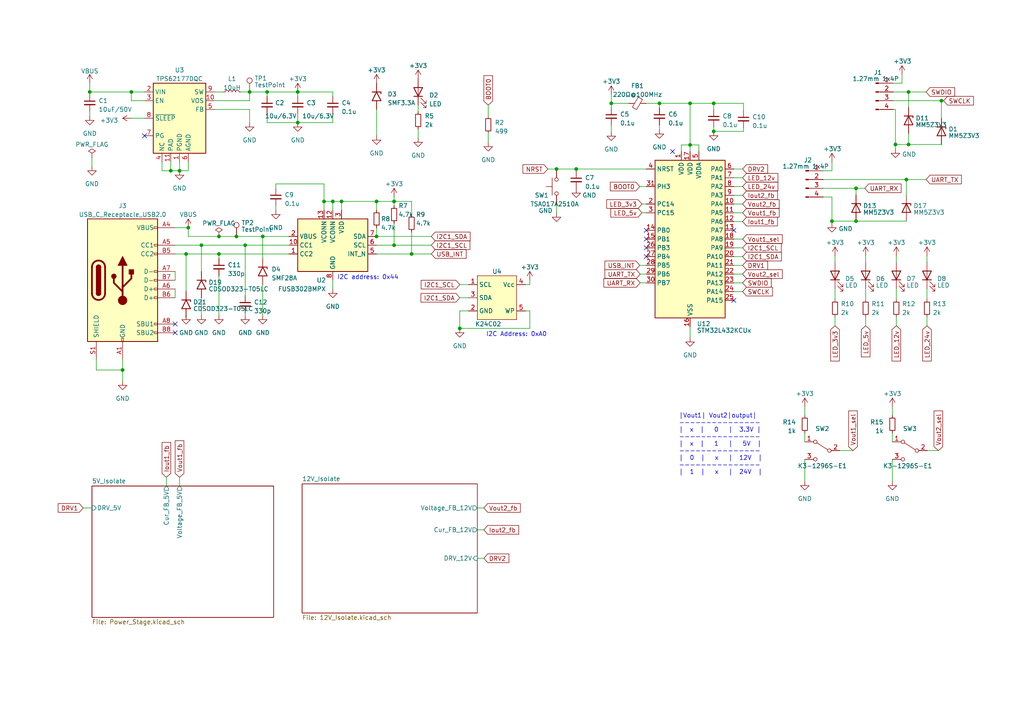
<source format=kicad_sch>
(kicad_sch (version 20230121) (generator eeschema)
  (paper "A4")
  (lib_symbols
    (symbol "Connector:Conn_01x04_Pin" (pin_names (offset 1.016) hide)
      (property "Reference" "J" (at 0 5.08 0))
      (property "Value" "Conn_01x04_Pin" (at 0 -7.62 0))
      (symbol "Conn_01x04_Pin_1_1"
        (pin passive line (at 5.08 2.54 180) (length 3.81) (name "Pin_1") (number "1"))
        (pin passive line (at 5.08 0 180) (length 3.81) (name "Pin_2") (number "2"))
        (pin passive line (at 5.08 -2.54 180) (length 3.81) (name "Pin_3") (number "3"))
        (pin passive line (at 5.08 -5.08 180) (length 3.81) (name "Pin_4") (number "4"))
      )
    )
    (symbol "Connector:TestPoint" (pin_numbers hide) (pin_names (offset 0.762) hide)
      (property "Reference" "TP" (at 0 6.858 0))
      (property "Value" "TestPoint" (at 0 5.08 0))
      (symbol "TestPoint_1_1"
        (pin passive line (at 0 0 90) (length 2.54) (name "1") (number "1"))
      )
    )
    (symbol "Connector:USB_C_Receptacle_USB2.0" (pin_names (offset 1.016))
      (property "Reference" "J" (at -10.16 19.05 0))
      (property "Value" "USB_C_Receptacle_USB2.0" (at 19.05 19.05 0))
      (symbol "USB_C_Receptacle_USB2.0_1_1"
        (pin passive line (at 0 -22.86 90) (length 5.08) (name "GND") (number "A1"))
        (pin passive line (at 0 -22.86 90) (length 5.08) hide (name "GND") (number "A12"))
        (pin passive line (at 15.24 15.24 180) (length 5.08) (name "VBUS") (number "A4"))
        (pin bidirectional line (at 15.24 10.16 180) (length 5.08) (name "CC1") (number "A5"))
        (pin bidirectional line (at 15.24 -2.54 180) (length 5.08) (name "D+") (number "A6"))
        (pin bidirectional line (at 15.24 2.54 180) (length 5.08) (name "D-") (number "A7"))
        (pin bidirectional line (at 15.24 -12.7 180) (length 5.08) (name "SBU1") (number "A8"))
        (pin passive line (at 15.24 15.24 180) (length 5.08) hide (name "VBUS") (number "A9"))
        (pin passive line (at 0 -22.86 90) (length 5.08) hide (name "GND") (number "B1"))
        (pin passive line (at 0 -22.86 90) (length 5.08) hide (name "GND") (number "B12"))
        (pin passive line (at 15.24 15.24 180) (length 5.08) hide (name "VBUS") (number "B4"))
        (pin bidirectional line (at 15.24 7.62 180) (length 5.08) (name "CC2") (number "B5"))
        (pin bidirectional line (at 15.24 -5.08 180) (length 5.08) (name "D+") (number "B6"))
        (pin bidirectional line (at 15.24 0 180) (length 5.08) (name "D-") (number "B7"))
        (pin bidirectional line (at 15.24 -15.24 180) (length 5.08) (name "SBU2") (number "B8"))
        (pin passive line (at 15.24 15.24 180) (length 5.08) hide (name "VBUS") (number "B9"))
        (pin passive line (at -7.62 -22.86 90) (length 5.08) (name "SHIELD") (number "S1"))
      )
    )
    (symbol "Device:C_Small" (pin_numbers hide) (pin_names (offset 0.254) hide)
      (property "Reference" "C" (at 0.254 1.778 0))
      (property "Value" "C_Small" (at 0.254 -2.032 0))
      (symbol "C_Small_1_1"
        (pin passive line (at 0 2.54 270) (length 2.032) (name "~") (number "1"))
        (pin passive line (at 0 -2.54 90) (length 2.032) (name "~") (number "2"))
      )
    )
    (symbol "Device:FerriteBead_Small" (pin_numbers hide) (pin_names (offset 0))
      (property "Reference" "FB" (at 1.905 1.27 0))
      (property "Value" "FerriteBead_Small" (at 1.905 -1.27 0))
      (symbol "FerriteBead_Small_1_1"
        (pin passive line (at 0 2.54 270) (length 1.27) (name "~") (number "1"))
        (pin passive line (at 0 -2.54 90) (length 1.27) (name "~") (number "2"))
      )
    )
    (symbol "Device:LED" (pin_numbers hide) (pin_names (offset 1.016) hide)
      (property "Reference" "D" (at 0 2.54 0))
      (property "Value" "LED" (at 0 -2.54 0))
      (symbol "LED_1_1"
        (pin passive line (at -3.81 0 0) (length 2.54) (name "K") (number "1"))
        (pin passive line (at 3.81 0 180) (length 2.54) (name "A") (number "2"))
      )
    )
    (symbol "Device:L_Small" (pin_numbers hide) (pin_names (offset 0.254) hide)
      (property "Reference" "L" (at 0.762 1.016 0))
      (property "Value" "L_Small" (at 0.762 -1.016 0))
      (symbol "L_Small_1_1"
        (pin passive line (at 0 2.54 270) (length 0.508) (name "~") (number "1"))
        (pin passive line (at 0 -2.54 90) (length 0.508) (name "~") (number "2"))
      )
    )
    (symbol "Device:R_Small" (pin_numbers hide) (pin_names (offset 0.254) hide)
      (property "Reference" "R" (at 0.762 0.508 0))
      (property "Value" "R_Small" (at 0.762 -1.016 0))
      (symbol "R_Small_1_1"
        (pin passive line (at 0 2.54 270) (length 0.762) (name "~") (number "1"))
        (pin passive line (at 0 -2.54 90) (length 0.762) (name "~") (number "2"))
      )
    )
    (symbol "Diode:BZV55B3V3" (pin_numbers hide) (pin_names hide)
      (property "Reference" "D" (at 0 2.54 0))
      (property "Value" "BZV55B3V3" (at 0 -2.54 0))
      (symbol "BZV55B3V3_1_1"
        (pin passive line (at -3.81 0 0) (length 2.54) (name "K") (number "1"))
        (pin passive line (at 3.81 0 180) (length 2.54) (name "A") (number "2"))
      )
    )
    (symbol "Diode:SMF28A" (pin_numbers hide) (pin_names (offset 1.016) hide)
      (property "Reference" "D" (at 0 2.54 0))
      (property "Value" "SMF28A" (at 0 -2.54 0))
      (symbol "SMF28A_1_1"
        (pin passive line (at -3.81 0 0) (length 2.54) (name "A1") (number "1"))
        (pin passive line (at 3.81 0 180) (length 2.54) (name "A2") (number "2"))
      )
    )
    (symbol "Diode:SMF5V0A" (pin_numbers hide) (pin_names (offset 1.016) hide)
      (property "Reference" "D" (at 0 2.54 0))
      (property "Value" "SMF5V0A" (at 0 -2.54 0))
      (symbol "SMF5V0A_1_1"
        (pin passive line (at -3.81 0 0) (length 2.54) (name "A1") (number "1"))
        (pin passive line (at 3.81 0 180) (length 2.54) (name "A2") (number "2"))
      )
    )
    (symbol "Interface_USB:FUSB302BMPX"
      (property "Reference" "U" (at -10.16 8.89 0))
      (property "Value" "FUSB302BMPX" (at 3.81 8.89 0))
      (symbol "FUSB302BMPX_1_1"
        (pin bidirectional line (at 12.7 -2.54 180) (length 2.54) (name "CC2") (number "1"))
        (pin bidirectional line (at 12.7 0 180) (length 2.54) (name "CC1") (number "10"))
        (pin bidirectional line (at 12.7 0 180) (length 2.54) hide (name "CC1") (number "11"))
        (pin power_in line (at 0 10.16 270) (length 2.54) (name "VCONN") (number "12"))
        (pin power_in line (at 2.54 10.16 270) (length 2.54) (name "VCONN") (number "13"))
        (pin bidirectional line (at 12.7 -2.54 180) (length 2.54) hide (name "CC2") (number "14"))
        (pin passive line (at 0 -10.16 90) (length 2.54) hide (name "GND") (number "15"))
        (pin input line (at 12.7 2.54 180) (length 2.54) (name "VBUS") (number "2"))
        (pin power_in line (at -2.54 10.16 270) (length 2.54) (name "VDD") (number "3"))
        (pin passive line (at -2.54 10.16 270) (length 2.54) hide (name "VDD") (number "4"))
        (pin open_collector line (at -12.7 -2.54 0) (length 2.54) (name "INT_N") (number "5"))
        (pin input line (at -12.7 0 0) (length 2.54) (name "SCL") (number "6"))
        (pin bidirectional line (at -12.7 2.54 0) (length 2.54) (name "SDA") (number "7"))
        (pin power_in line (at 0 -10.16 90) (length 2.54) (name "GND") (number "8"))
        (pin passive line (at 0 -10.16 90) (length 2.54) hide (name "GND") (number "9"))
      )
    )
    (symbol "Johnson_Symbol_Lib:K24C02"
      (property "Reference" "U" (at -3.81 -10.16 0))
      (symbol "K24C02_1_1"
        (pin passive line (at -7.62 1.27 0) (length 2.54) (name "SCL") (number "1"))
        (pin passive line (at -7.62 -6.35 0) (length 2.54) (name "GND") (number "2"))
        (pin passive line (at -7.62 -2.54 0) (length 2.54) (name "SDA") (number "3"))
        (pin passive line (at 8.89 1.27 180) (length 2.54) (name "Vcc") (number "4"))
        (pin passive line (at 8.89 -6.35 180) (length 2.54) (name "WP") (number "5"))
      )
    )
    (symbol "MCU_ST_STM32L4:STM32L432KCUx"
      (property "Reference" "U" (at -10.16 24.13 0))
      (property "Value" "STM32L432KCUx" (at 5.08 24.13 0))
      (symbol "STM32L432KCUx_1_1"
        (pin power_in line (at -2.54 25.4 270) (length 2.54) (name "VDD") (number "1"))
        (pin bidirectional line (at 12.7 10.16 180) (length 2.54) (name "PA4") (number "10"))
        (pin bidirectional line (at 12.7 7.62 180) (length 2.54) (name "PA5") (number "11"))
        (pin bidirectional line (at 12.7 5.08 180) (length 2.54) (name "PA6") (number "12"))
        (pin bidirectional line (at 12.7 2.54 180) (length 2.54) (name "PA7") (number "13"))
        (pin bidirectional line (at -12.7 2.54 0) (length 2.54) (name "PB0") (number "14"))
        (pin bidirectional line (at -12.7 0 0) (length 2.54) (name "PB1") (number "15"))
        (pin power_in line (at 0 -25.4 90) (length 2.54) (name "VSS") (number "16"))
        (pin power_in line (at 0 25.4 270) (length 2.54) (name "VDD") (number "17"))
        (pin bidirectional line (at 12.7 0 180) (length 2.54) (name "PA8") (number "18"))
        (pin bidirectional line (at 12.7 -2.54 180) (length 2.54) (name "PA9") (number "19"))
        (pin bidirectional line (at -12.7 10.16 0) (length 2.54) (name "PC14") (number "2"))
        (pin bidirectional line (at 12.7 -5.08 180) (length 2.54) (name "PA10") (number "20"))
        (pin bidirectional line (at 12.7 -7.62 180) (length 2.54) (name "PA11") (number "21"))
        (pin bidirectional line (at 12.7 -10.16 180) (length 2.54) (name "PA12") (number "22"))
        (pin bidirectional line (at 12.7 -12.7 180) (length 2.54) (name "PA13") (number "23"))
        (pin bidirectional line (at 12.7 -15.24 180) (length 2.54) (name "PA14") (number "24"))
        (pin bidirectional line (at 12.7 -17.78 180) (length 2.54) (name "PA15") (number "25"))
        (pin bidirectional line (at -12.7 -2.54 0) (length 2.54) (name "PB3") (number "26"))
        (pin bidirectional line (at -12.7 -5.08 0) (length 2.54) (name "PB4") (number "27"))
        (pin bidirectional line (at -12.7 -7.62 0) (length 2.54) (name "PB5") (number "28"))
        (pin bidirectional line (at -12.7 -10.16 0) (length 2.54) (name "PB6") (number "29"))
        (pin bidirectional line (at -12.7 7.62 0) (length 2.54) (name "PC15") (number "3"))
        (pin bidirectional line (at -12.7 -12.7 0) (length 2.54) (name "PB7") (number "30"))
        (pin bidirectional line (at -12.7 15.24 0) (length 2.54) (name "PH3") (number "31"))
        (pin passive line (at 0 -25.4 90) (length 2.54) hide (name "VSS") (number "32"))
        (pin passive line (at 0 -25.4 90) (length 2.54) hide (name "VSS") (number "33"))
        (pin input line (at -12.7 20.32 0) (length 2.54) (name "NRST") (number "4"))
        (pin power_in line (at 2.54 25.4 270) (length 2.54) (name "VDDA") (number "5"))
        (pin bidirectional line (at 12.7 20.32 180) (length 2.54) (name "PA0") (number "6"))
        (pin bidirectional line (at 12.7 17.78 180) (length 2.54) (name "PA1") (number "7"))
        (pin bidirectional line (at 12.7 15.24 180) (length 2.54) (name "PA2") (number "8"))
        (pin bidirectional line (at 12.7 12.7 180) (length 2.54) (name "PA3") (number "9"))
      )
    )
    (symbol "Regulator_Switching:TPS62177DQC"
      (property "Reference" "U" (at -7.62 11.43 0))
      (property "Value" "TPS62177DQC" (at -1.27 11.43 0))
      (symbol "TPS62177DQC_1_1"
        (pin power_in line (at 0 -12.7 90) (length 2.54) (name "PGND") (number "1"))
        (pin input line (at 10.16 5.08 180) (length 2.54) (name "VOS") (number "10"))
        (pin power_in line (at -2.54 -12.7 90) (length 2.54) (name "PAD") (number "11"))
        (pin power_in line (at -10.16 7.62 0) (length 2.54) (name "VIN") (number "2"))
        (pin input line (at -10.16 5.08 0) (length 2.54) (name "EN") (number "3"))
        (pin passive line (at -5.08 -12.7 90) (length 2.54) (name "NC") (number "4"))
        (pin input line (at 10.16 2.54 180) (length 2.54) (name "FB") (number "5"))
        (pin power_in line (at 2.54 -12.7 90) (length 2.54) (name "AGND") (number "6"))
        (pin output line (at -10.16 -5.08 0) (length 2.54) (name "PG") (number "7"))
        (pin input line (at -10.16 0 0) (length 2.54) (name "~{SLEEP}") (number "8"))
        (pin power_out line (at 10.16 7.62 180) (length 2.54) (name "SW") (number "9"))
      )
    )
    (symbol "Switch:SW_Push" (pin_numbers hide) (pin_names (offset 1.016) hide)
      (property "Reference" "SW" (at 1.27 2.54 0))
      (property "Value" "SW_Push" (at 0 -1.524 0))
      (symbol "SW_Push_0_1"
        (pin passive line (at -5.08 0 0) (length 2.54) (name "1") (number "1"))
        (pin passive line (at 5.08 0 180) (length 2.54) (name "2") (number "2"))
      )
    )
    (symbol "Switch:SW_SPDT" (pin_names (offset 0) hide)
      (property "Reference" "SW" (at 0 4.318 0))
      (property "Value" "SW_SPDT" (at 0 -5.08 0))
      (symbol "SW_SPDT_1_1"
        (pin passive line (at 5.08 2.54 180) (length 2.54) (name "A") (number "1"))
        (pin passive line (at -5.08 0 0) (length 2.54) (name "B") (number "2"))
        (pin passive line (at 5.08 -2.54 180) (length 2.54) (name "C") (number "3"))
      )
    )
    (symbol "power:+3V3" (power) (pin_names (offset 0))
      (property "Value" "+3V3" (at 0 3.556 0))
      (symbol "+3V3_1_1"
        (pin power_in line (at 0 0 90) (length 0) hide (name "+3V3") (number "1"))
      )
    )
    (symbol "power:GND" (power) (pin_names (offset 0))
      (property "Value" "GND" (at 0 -3.81 0))
      (symbol "GND_1_1"
        (pin power_in line (at 0 0 270) (length 0) hide (name "GND") (number "1"))
      )
    )
    (symbol "power:PWR_FLAG" (power) (pin_numbers hide) (pin_names (offset 0) hide)
      (property "Value" "PWR_FLAG" (at 0 3.81 0))
      (symbol "PWR_FLAG_0_0"
        (pin power_out line (at 0 0 90) (length 0) (name "pwr") (number "1"))
      )
    )
    (symbol "power:VBUS" (power) (pin_names (offset 0))
      (property "Value" "VBUS" (at 0 3.81 0))
      (symbol "VBUS_1_1"
        (pin power_in line (at 0 0 90) (length 0) hide (name "VBUS") (number "1"))
      )
    )
  )
  (junction (at 54.61 66.04))
  (junction (at 259.715 41.91))
  (junction (at 248.285 54.61))
  (junction (at 263.525 41.91))
  (junction (at 177.292 29.972))
  (junction (at 63.5 68.58))
  (junction (at 77.47 26.67))
  (junction (at 76.2 68.58))
  (junction (at 262.89 52.07))
  (junction (at 52.07 49.53))
  (junction (at 63.5 73.66))
  (junction (at 99.06 58.42))
  (junction (at 68.58 68.58))
  (junction (at 207.01 29.972))
  (junction (at 109.22 58.42))
  (junction (at 96.52 58.42))
  (junction (at 273.05 29.21))
  (junction (at 72.39 26.67))
  (junction (at 86.36 35.56))
  (junction (at 167.132 49.022))
  (junction (at 58.42 71.12))
  (junction (at 191.262 29.972))
  (junction (at 49.53 49.53))
  (junction (at 119.38 73.66))
  (junction (at 200.152 29.972))
  (junction (at 207.01 38.1))
  (junction (at 53.975 73.66))
  (junction (at 35.56 107.315))
  (junction (at 114.3 58.42))
  (junction (at 161.417 49.022))
  (junction (at 114.3 71.12))
  (junction (at 241.3 64.135))
  (junction (at 200.152 42.037))
  (junction (at 26.035 26.67))
  (junction (at 71.12 71.12))
  (junction (at 93.98 58.42))
  (junction (at 109.22 68.58))
  (junction (at 133.35 95.25))
  (junction (at 263.525 26.67))
  (junction (at 248.285 64.135))
  (junction (at 38.1 26.67))
  (junction (at 86.36 26.67))
  (no_connect (at 187.452 66.802))
  (no_connect (at 50.8 93.98))
  (no_connect (at 187.452 74.422))
  (no_connect (at 50.8 96.52))
  (no_connect (at 187.452 71.882))
  (no_connect (at 41.91 39.37))
  (no_connect (at 212.852 66.802))
  (no_connect (at 187.452 69.342))
  (no_connect (at 212.852 87.122))
  (no_connect (at 195.072 43.942))
  (wire (pts (xy 62.23 26.67) (xy 64.77 26.67)))
  (wire (pts (xy 258.826 139.573) (xy 258.826 133.223)))
  (wire (pts (xy 212.852 49.022) (xy 215.392 49.022)))
  (wire (pts (xy 26.67 45.72) (xy 26.67 48.26)))
  (wire (pts (xy 38.1 26.67) (xy 41.91 26.67)))
  (wire (pts (xy 86.36 33.02) (xy 86.36 35.56)))
  (wire (pts (xy 152.4 90.17) (xy 153.67 90.17)))
  (wire (pts (xy 80.01 59.69) (xy 80.01 60.96)))
  (wire (pts (xy 238.76 52.07) (xy 262.89 52.07)))
  (wire (pts (xy 259.08 31.75) (xy 259.715 31.75)))
  (wire (pts (xy 207.01 29.972) (xy 200.152 29.972)))
  (wire (pts (xy 233.426 117.983) (xy 233.426 120.523)))
  (wire (pts (xy 69.85 26.67) (xy 72.39 26.67)))
  (wire (pts (xy 167.132 49.022) (xy 167.132 49.657)))
  (wire (pts (xy 96.52 81.28) (xy 96.52 83.82)))
  (wire (pts (xy 167.132 49.022) (xy 187.452 49.022)))
  (wire (pts (xy 212.852 59.182) (xy 215.392 59.182)))
  (wire (pts (xy 114.3 57.15) (xy 114.3 58.42)))
  (wire (pts (xy 50.8 78.74) (xy 50.8 81.28)))
  (wire (pts (xy 121.285 30.48) (xy 121.285 32.385)))
  (wire (pts (xy 109.22 58.42) (xy 109.22 60.96)))
  (wire (pts (xy 35.56 107.315) (xy 35.56 110.49)))
  (wire (pts (xy 241.3 57.15) (xy 241.3 64.135)))
  (wire (pts (xy 186.182 59.182) (xy 187.452 59.182)))
  (wire (pts (xy 153.67 90.17) (xy 153.67 95.25)))
  (wire (pts (xy 262.89 52.07) (xy 262.89 56.515)))
  (wire (pts (xy 58.42 91.44) (xy 58.42 86.36)))
  (wire (pts (xy 152.4 82.55) (xy 153.67 82.55)))
  (wire (pts (xy 259.715 41.91) (xy 259.715 43.18)))
  (wire (pts (xy 212.852 74.422) (xy 215.392 74.422)))
  (wire (pts (xy 52.07 49.53) (xy 54.61 49.53)))
  (wire (pts (xy 50.8 71.12) (xy 58.42 71.12)))
  (wire (pts (xy 268.859 91.948) (xy 268.859 94.488)))
  (wire (pts (xy 259.969 91.948) (xy 259.969 94.488)))
  (wire (pts (xy 68.58 68.58) (xy 76.2 68.58)))
  (wire (pts (xy 86.36 26.67) (xy 96.52 26.67)))
  (wire (pts (xy 185.547 76.962) (xy 187.452 76.962)))
  (wire (pts (xy 158.877 49.022) (xy 161.417 49.022)))
  (wire (pts (xy 215.646 32.004) (xy 215.646 29.972)))
  (wire (pts (xy 138.43 153.67) (xy 140.335 153.67)))
  (wire (pts (xy 177.292 29.972) (xy 177.292 31.242)))
  (wire (pts (xy 93.98 53.34) (xy 93.98 58.42)))
  (wire (pts (xy 258.826 117.983) (xy 258.826 120.523)))
  (wire (pts (xy 26.035 24.13) (xy 26.035 26.67)))
  (wire (pts (xy 86.36 35.56) (xy 96.52 35.56)))
  (wire (pts (xy 119.38 67.31) (xy 119.38 73.66)))
  (wire (pts (xy 133.35 90.17) (xy 133.35 95.25)))
  (wire (pts (xy 49.53 46.99) (xy 49.53 49.53)))
  (wire (pts (xy 96.52 26.67) (xy 96.52 27.94)))
  (wire (pts (xy 259.969 74.168) (xy 259.969 76.073)))
  (wire (pts (xy 80.01 53.34) (xy 93.98 53.34)))
  (wire (pts (xy 99.06 58.42) (xy 99.06 60.96)))
  (wire (pts (xy 38.1 29.21) (xy 41.91 29.21)))
  (wire (pts (xy 27.94 107.315) (xy 35.56 107.315)))
  (wire (pts (xy 242.189 83.693) (xy 242.189 86.868)))
  (wire (pts (xy 212.852 84.582) (xy 215.392 84.582)))
  (wire (pts (xy 54.61 49.53) (xy 54.61 46.99)))
  (wire (pts (xy 212.852 64.262) (xy 215.392 64.262)))
  (wire (pts (xy 185.674 82.042) (xy 187.452 82.042)))
  (wire (pts (xy 238.76 57.15) (xy 241.3 57.15)))
  (wire (pts (xy 138.43 147.32) (xy 140.335 147.32)))
  (wire (pts (xy 268.859 83.693) (xy 268.859 86.868)))
  (wire (pts (xy 200.152 94.742) (xy 200.152 97.917)))
  (wire (pts (xy 241.3 64.135) (xy 248.285 64.135)))
  (wire (pts (xy 259.969 83.693) (xy 259.969 86.868)))
  (wire (pts (xy 53.975 92.075) (xy 53.975 91.44)))
  (wire (pts (xy 248.285 64.135) (xy 262.89 64.135)))
  (wire (pts (xy 50.8 66.04) (xy 54.61 66.04)))
  (wire (pts (xy 63.5 68.58) (xy 68.58 68.58)))
  (wire (pts (xy 58.42 71.12) (xy 71.12 71.12)))
  (wire (pts (xy 135.89 90.17) (xy 133.35 90.17)))
  (wire (pts (xy 177.292 36.322) (xy 177.292 38.227)))
  (wire (pts (xy 50.8 83.82) (xy 50.8 86.36)))
  (wire (pts (xy 26.035 32.385) (xy 26.035 33.655)))
  (wire (pts (xy 258.826 125.603) (xy 258.826 128.143)))
  (wire (pts (xy 259.08 26.67) (xy 263.525 26.67)))
  (wire (pts (xy 141.605 30.48) (xy 141.605 33.655)))
  (wire (pts (xy 53.975 73.66) (xy 63.5 73.66)))
  (wire (pts (xy 212.852 56.642) (xy 215.392 56.642)))
  (wire (pts (xy 212.852 54.102) (xy 215.392 54.102)))
  (wire (pts (xy 251.079 91.948) (xy 251.079 94.488)))
  (wire (pts (xy 46.99 49.53) (xy 49.53 49.53)))
  (wire (pts (xy 109.22 58.42) (xy 114.3 58.42)))
  (wire (pts (xy 212.852 51.562) (xy 215.392 51.562)))
  (wire (pts (xy 80.01 54.61) (xy 80.01 53.34)))
  (wire (pts (xy 138.43 161.925) (xy 140.335 161.925)))
  (wire (pts (xy 114.3 58.42) (xy 119.38 58.42)))
  (wire (pts (xy 141.605 38.735) (xy 141.605 41.275)))
  (wire (pts (xy 96.52 33.02) (xy 96.52 35.56)))
  (wire (pts (xy 93.98 60.96) (xy 93.98 58.42)))
  (wire (pts (xy 24.13 147.32) (xy 26.67 147.32)))
  (wire (pts (xy 77.47 26.67) (xy 86.36 26.67)))
  (wire (pts (xy 46.99 46.99) (xy 46.99 49.53)))
  (wire (pts (xy 177.292 27.432) (xy 177.292 29.972)))
  (wire (pts (xy 52.07 138.43) (xy 52.07 140.97)))
  (wire (pts (xy 197.612 42.037) (xy 200.152 42.037)))
  (wire (pts (xy 109.22 71.12) (xy 114.3 71.12)))
  (wire (pts (xy 215.646 37.084) (xy 215.646 38.1)))
  (wire (pts (xy 114.3 71.12) (xy 125.095 71.12)))
  (wire (pts (xy 53.975 73.66) (xy 53.975 84.455)))
  (wire (pts (xy 251.079 83.693) (xy 251.079 86.868)))
  (wire (pts (xy 212.852 76.962) (xy 215.392 76.962)))
  (wire (pts (xy 263.525 26.67) (xy 268.605 26.67)))
  (wire (pts (xy 109.22 39.37) (xy 109.22 31.75)))
  (wire (pts (xy 77.47 35.56) (xy 86.36 35.56)))
  (wire (pts (xy 242.189 91.948) (xy 242.189 94.488)))
  (wire (pts (xy 71.12 71.12) (xy 71.12 85.725)))
  (wire (pts (xy 50.8 73.66) (xy 53.975 73.66)))
  (wire (pts (xy 119.38 73.66) (xy 125.095 73.66)))
  (wire (pts (xy 215.646 38.1) (xy 207.01 38.1)))
  (wire (pts (xy 261.62 24.13) (xy 261.62 21.59)))
  (wire (pts (xy 35.56 104.14) (xy 35.56 107.315)))
  (wire (pts (xy 161.417 59.182) (xy 161.417 61.722)))
  (wire (pts (xy 243.586 130.683) (xy 247.396 130.683)))
  (wire (pts (xy 133.35 82.55) (xy 135.89 82.55)))
  (wire (pts (xy 200.152 42.037) (xy 200.152 43.942)))
  (wire (pts (xy 238.76 54.61) (xy 248.285 54.61)))
  (wire (pts (xy 215.646 29.972) (xy 207.01 29.972)))
  (wire (pts (xy 238.76 49.53) (xy 241.3 49.53)))
  (wire (pts (xy 109.22 68.58) (xy 125.095 68.58)))
  (wire (pts (xy 242.189 74.168) (xy 242.189 76.073)))
  (wire (pts (xy 63.5 80.01) (xy 63.5 91.44)))
  (wire (pts (xy 185.674 79.502) (xy 187.452 79.502)))
  (wire (pts (xy 191.262 29.972) (xy 200.152 29.972)))
  (wire (pts (xy 58.42 71.12) (xy 58.42 78.74)))
  (wire (pts (xy 62.23 29.21) (xy 72.39 29.21)))
  (wire (pts (xy 263.525 41.91) (xy 273.05 41.91)))
  (wire (pts (xy 259.08 24.13) (xy 261.62 24.13)))
  (wire (pts (xy 26.035 26.67) (xy 38.1 26.67)))
  (wire (pts (xy 197.612 43.942) (xy 197.612 42.037)))
  (wire (pts (xy 251.079 74.168) (xy 251.079 76.073)))
  (wire (pts (xy 133.35 95.25) (xy 153.67 95.25)))
  (wire (pts (xy 109.22 66.04) (xy 109.22 68.58)))
  (wire (pts (xy 268.859 74.168) (xy 268.859 76.073)))
  (wire (pts (xy 38.1 29.21) (xy 38.1 26.67)))
  (wire (pts (xy 262.89 52.07) (xy 268.605 52.07)))
  (wire (pts (xy 133.35 86.36) (xy 135.89 86.36)))
  (wire (pts (xy 86.36 26.67) (xy 86.36 27.94)))
  (wire (pts (xy 233.426 125.603) (xy 233.426 128.143)))
  (wire (pts (xy 248.285 54.61) (xy 250.825 54.61)))
  (wire (pts (xy 71.12 71.12) (xy 83.82 71.12)))
  (wire (pts (xy 54.61 68.58) (xy 54.61 66.04)))
  (wire (pts (xy 200.152 29.972) (xy 200.152 42.037)))
  (wire (pts (xy 153.67 82.55) (xy 153.67 81.28)))
  (wire (pts (xy 109.22 73.66) (xy 119.38 73.66)))
  (wire (pts (xy 52.07 46.99) (xy 52.07 49.53)))
  (wire (pts (xy 212.852 61.722) (xy 215.392 61.722)))
  (wire (pts (xy 241.3 49.53) (xy 241.3 46.99)))
  (wire (pts (xy 38.1 34.29) (xy 41.91 34.29)))
  (wire (pts (xy 259.715 31.75) (xy 259.715 41.91)))
  (wire (pts (xy 26.035 26.67) (xy 26.035 27.305)))
  (wire (pts (xy 54.61 68.58) (xy 63.5 68.58)))
  (wire (pts (xy 207.01 36.83) (xy 207.01 38.1)))
  (wire (pts (xy 96.52 58.42) (xy 96.52 60.96)))
  (wire (pts (xy 77.47 26.67) (xy 77.47 27.94)))
  (wire (pts (xy 273.05 34.29) (xy 273.05 29.21)))
  (wire (pts (xy 273.05 29.21) (xy 273.685 29.21)))
  (wire (pts (xy 191.262 29.972) (xy 191.262 31.242)))
  (wire (pts (xy 96.52 58.42) (xy 99.06 58.42)))
  (wire (pts (xy 191.262 36.322) (xy 191.262 37.592)))
  (wire (pts (xy 212.852 82.042) (xy 215.392 82.042)))
  (wire (pts (xy 99.06 58.42) (xy 109.22 58.42)))
  (wire (pts (xy 63.5 73.66) (xy 83.82 73.66)))
  (wire (pts (xy 212.852 79.502) (xy 215.392 79.502)))
  (wire (pts (xy 63.5 73.66) (xy 63.5 74.93)))
  (wire (pts (xy 76.2 68.58) (xy 76.2 74.93)))
  (wire (pts (xy 77.47 33.02) (xy 77.47 35.56)))
  (wire (pts (xy 49.53 49.53) (xy 52.07 49.53)))
  (wire (pts (xy 114.3 58.42) (xy 114.3 59.69)))
  (wire (pts (xy 259.08 29.21) (xy 273.05 29.21)))
  (wire (pts (xy 212.852 69.342) (xy 215.392 69.342)))
  (wire (pts (xy 121.285 37.465) (xy 121.285 40.005)))
  (wire (pts (xy 186.182 61.722) (xy 187.452 61.722)))
  (wire (pts (xy 48.26 138.43) (xy 48.26 140.97)))
  (wire (pts (xy 93.98 58.42) (xy 96.52 58.42)))
  (wire (pts (xy 187.452 29.972) (xy 191.262 29.972)))
  (wire (pts (xy 177.292 29.972) (xy 182.372 29.972)))
  (wire (pts (xy 27.94 104.14) (xy 27.94 107.315)))
  (wire (pts (xy 202.692 42.037) (xy 202.692 43.942)))
  (wire (pts (xy 114.3 71.12) (xy 114.3 64.77)))
  (wire (pts (xy 161.417 49.022) (xy 167.132 49.022)))
  (wire (pts (xy 62.23 31.75) (xy 72.39 31.75)))
  (wire (pts (xy 76.2 68.58) (xy 83.82 68.58)))
  (wire (pts (xy 233.426 139.573) (xy 233.426 133.223)))
  (wire (pts (xy 72.39 26.67) (xy 72.39 29.21)))
  (wire (pts (xy 72.39 26.67) (xy 77.47 26.67)))
  (wire (pts (xy 71.12 90.805) (xy 71.12 91.44)))
  (wire (pts (xy 241.3 64.135) (xy 241.3 64.77)))
  (wire (pts (xy 119.38 58.42) (xy 119.38 62.23)))
  (wire (pts (xy 200.152 42.037) (xy 202.692 42.037)))
  (wire (pts (xy 207.01 31.75) (xy 207.01 29.972)))
  (wire (pts (xy 259.715 41.91) (xy 263.525 41.91)))
  (wire (pts (xy 263.525 38.735) (xy 263.525 41.91)))
  (wire (pts (xy 248.285 54.61) (xy 248.285 56.515)))
  (wire (pts (xy 72.39 35.56) (xy 72.39 31.75)))
  (wire (pts (xy 212.852 71.882) (xy 215.392 71.882)))
  (wire (pts (xy 185.547 54.102) (xy 187.452 54.102)))
  (wire (pts (xy 268.986 130.683) (xy 272.161 130.683)))
  (wire (pts (xy 263.525 26.67) (xy 263.525 31.115)))
  (wire (pts (xy 76.2 82.55) (xy 76.2 91.44)))
  (text "I2C Address: 0xA0" (at 140.97 97.79 0) (effects (font (size 1.27 1.27)) (justify left bottom)))
  (text "|Vout1| Vout2|output|\n---------------\n|  x  |   0   |  3.3V |\n---------------\n|  x  |   1   |   5V  |\n---------------\n|  0  |   x   |  12V  |\n---------------\n|  1  |   x   |  24V  |" (at 196.85 137.795 0) (effects (font (size 1.27 1.27)) (justify left bottom)))
  (text "I2C address: 0x44" (at 97.79 81.28 0) (effects (font (size 1.27 1.27)) (justify left bottom)))
  (global_label "LED_5v" (shape input) (at 186.182 61.722 180) (property "Intersheetrefs" "${INTERSHEET_REFS}" (effects hide)))
  (global_label "I2C1_SCL" (shape input) (at 215.392 71.882 0) (property "Intersheetrefs" "${INTERSHEET_REFS}" (effects hide)))
  (global_label "Vout1_sel" (shape input) (at 247.396 130.683 90) (property "Intersheetrefs" "${INTERSHEET_REFS}" (effects hide)))
  (global_label "Vout1_fb" (shape input) (at 215.392 61.722 0) (property "Intersheetrefs" "${INTERSHEET_REFS}" (effects hide)))
  (global_label "UART_TX" (shape input) (at 268.605 52.07 0) (property "Intersheetrefs" "${INTERSHEET_REFS}" (effects hide)))
  (global_label "Vout2_fb" (shape input) (at 215.392 59.182 0) (property "Intersheetrefs" "${INTERSHEET_REFS}" (effects hide)))
  (global_label "LED_12v" (shape input) (at 215.392 51.562 0) (property "Intersheetrefs" "${INTERSHEET_REFS}" (effects hide)))
  (global_label "LED_24v" (shape input) (at 268.859 94.488 270) (property "Intersheetrefs" "${INTERSHEET_REFS}" (effects hide)))
  (global_label "DRV1" (shape input) (at 24.13 147.32 180) (property "Intersheetrefs" "${INTERSHEET_REFS}" (effects hide)))
  (global_label "Vout2_sel" (shape input) (at 272.161 130.683 90) (property "Intersheetrefs" "${INTERSHEET_REFS}" (effects hide)))
  (global_label "NRST" (shape input) (at 158.877 49.022 180) (property "Intersheetrefs" "${INTERSHEET_REFS}" (effects hide)))
  (global_label "I2C1_SDA" (shape input) (at 215.392 74.422 0) (property "Intersheetrefs" "${INTERSHEET_REFS}" (effects hide)))
  (global_label "DRV1" (shape input) (at 215.392 76.962 0) (property "Intersheetrefs" "${INTERSHEET_REFS}" (effects hide)))
  (global_label "Vout2_sel" (shape input) (at 215.392 79.502 0) (property "Intersheetrefs" "${INTERSHEET_REFS}" (effects hide)))
  (global_label "Vout1_fb" (shape input) (at 52.07 138.43 90) (property "Intersheetrefs" "${INTERSHEET_REFS}" (effects hide)))
  (global_label "Iout2_fb" (shape input) (at 215.392 56.642 0) (property "Intersheetrefs" "${INTERSHEET_REFS}" (effects hide)))
  (global_label "UART_TX" (shape input) (at 185.674 79.502 180) (property "Intersheetrefs" "${INTERSHEET_REFS}" (effects hide)))
  (global_label "LED_24v" (shape input) (at 215.392 54.102 0) (property "Intersheetrefs" "${INTERSHEET_REFS}" (effects hide)))
  (global_label "SWDIO" (shape input) (at 215.392 82.042 0) (property "Intersheetrefs" "${INTERSHEET_REFS}" (effects hide)))
  (global_label "Vout1_sel" (shape input) (at 215.392 69.342 0) (property "Intersheetrefs" "${INTERSHEET_REFS}" (effects hide)))
  (global_label "Iout2_fb" (shape input) (at 140.335 153.67 0) (property "Intersheetrefs" "${INTERSHEET_REFS}" (effects hide)))
  (global_label "BOOT0" (shape input) (at 141.605 30.48 90) (property "Intersheetrefs" "${INTERSHEET_REFS}" (effects hide)))
  (global_label "I2C1_SCL" (shape input) (at 133.35 82.55 180) (property "Intersheetrefs" "${INTERSHEET_REFS}" (effects hide)))
  (global_label "UART_RX" (shape input) (at 185.674 82.042 180) (property "Intersheetrefs" "${INTERSHEET_REFS}" (effects hide)))
  (global_label "LED_3v3" (shape input) (at 242.189 94.488 270) (property "Intersheetrefs" "${INTERSHEET_REFS}" (effects hide)))
  (global_label "DRV2" (shape input) (at 140.335 161.925 0) (property "Intersheetrefs" "${INTERSHEET_REFS}" (effects hide)))
  (global_label "Vout2_fb" (shape input) (at 140.335 147.32 0) (property "Intersheetrefs" "${INTERSHEET_REFS}" (effects hide)))
  (global_label "I2C1_SCL" (shape input) (at 125.095 71.12 0) (property "Intersheetrefs" "${INTERSHEET_REFS}" (effects hide)))
  (global_label "LED_3v3" (shape input) (at 186.182 59.182 180) (property "Intersheetrefs" "${INTERSHEET_REFS}" (effects hide)))
  (global_label "DRV2" (shape input) (at 215.392 49.022 0) (property "Intersheetrefs" "${INTERSHEET_REFS}" (effects hide)))
  (global_label "UART_RX" (shape input) (at 250.825 54.61 0) (property "Intersheetrefs" "${INTERSHEET_REFS}" (effects hide)))
  (global_label "USB_INT" (shape input) (at 185.547 76.962 180) (property "Intersheetrefs" "${INTERSHEET_REFS}" (effects hide)))
  (global_label "I2C1_SDA" (shape input) (at 125.095 68.58 0) (property "Intersheetrefs" "${INTERSHEET_REFS}" (effects hide)))
  (global_label "SWCLK" (shape input) (at 273.685 29.21 0) (property "Intersheetrefs" "${INTERSHEET_REFS}" (effects hide)))
  (global_label "SWCLK" (shape input) (at 215.392 84.582 0) (property "Intersheetrefs" "${INTERSHEET_REFS}" (effects hide)))
  (global_label "LED_12v" (shape input) (at 259.969 94.488 270) (property "Intersheetrefs" "${INTERSHEET_REFS}" (effects hide)))
  (global_label "LED_5v" (shape input) (at 251.079 94.488 270) (property "Intersheetrefs" "${INTERSHEET_REFS}" (effects hide)))
  (global_label "USB_INT" (shape input) (at 125.095 73.66 0) (property "Intersheetrefs" "${INTERSHEET_REFS}" (effects hide)))
  (global_label "SWDIO" (shape input) (at 268.605 26.67 0) (property "Intersheetrefs" "${INTERSHEET_REFS}" (effects hide)))
  (global_label "Iout1_fb" (shape input) (at 215.392 64.262 0) (property "Intersheetrefs" "${INTERSHEET_REFS}" (effects hide)))
  (global_label "I2C1_SDA" (shape input) (at 133.35 86.36 180) (property "Intersheetrefs" "${INTERSHEET_REFS}" (effects hide)))
  (global_label "BOOT0" (shape input) (at 185.547 54.102 180) (property "Intersheetrefs" "${INTERSHEET_REFS}" (effects hide)))
  (global_label "Iout1_fb" (shape input) (at 48.26 138.43 90) (property "Intersheetrefs" "${INTERSHEET_REFS}" (effects hide)))
  (symbol (lib_id "Device:FerriteBead_Small") (at 184.912 29.972 90) (unit 1)
    (property "Reference" "FB1" (at 184.8739 24.892 90))
    (property "Value" "220Ω@100MHz" (at 184.8739 27.432 90))
    (property "Footprint" "Inductor_SMD:L_0402_1005Metric" (effects hide))
  )
  (symbol (lib_id "Device:R_Small") (at 233.426 123.063 0) (mirror y) (unit 1)
    (property "Reference" "R14" (at 230.886 122.428 0) (effects (justify left)))
    (property "Value" "1k" (at 230.886 124.968 0) (effects (justify left)))
    (property "Footprint" "Resistor_SMD:R_0402_1005Metric" (effects hide))
  )
  (symbol (lib_id "power:GND") (at 121.285 40.005 0) (unit 1)
    (property "Reference" "#PWR015" (effects hide))
    (property "Value" "GND" (at 121.285 45.085 0))
  )
  (symbol (lib_id "Device:R_Small") (at 258.826 123.063 0) (mirror y) (unit 1)
    (property "Reference" "R15" (at 256.286 122.428 0) (effects (justify left)))
    (property "Value" "1k" (at 256.286 124.968 0) (effects (justify left)))
    (property "Footprint" "Resistor_SMD:R_0402_1005Metric" (effects hide))
  )
  (symbol (lib_id "power:GND") (at 233.426 139.573 0) (unit 1)
    (property "Reference" "#PWR049" (effects hide))
    (property "Value" "GND" (at 233.426 144.653 0))
  )
  (symbol (lib_id "power:PWR_FLAG") (at 26.67 45.72 0) (unit 1)
    (property "Reference" "#FLG01" (effects hide))
    (property "Value" "PWR_FLAG" (at 26.67 41.91 0))
  )
  (symbol (lib_id "Diode:SMF5V0A") (at 53.975 88.265 270) (unit 1)
    (property "Reference" "D21" (at 56.007 87.6213 90) (effects (justify left)))
    (property "Value" "CDSOD323-T05LC" (at 56.007 89.5423 90) (effects (justify left)))
    (property "Footprint" "Diode_SMD:D_SOD-323" (effects hide))
    (property "Datasheet" "https://datasheet.lcsc.com/lcsc/2211030130_BOURNS-CDSOD323-T05LC_C840637.pdf" (effects hide))
  )
  (symbol (lib_id "Device:C_Small") (at 80.01 57.15 0) (unit 1)
    (property "Reference" "C9" (at 82.55 56.5213 0) (effects (justify left)))
    (property "Value" "0.1u" (at 82.55 59.0613 0) (effects (justify left)))
    (property "Footprint" "Capacitor_SMD:C_0402_1005Metric" (effects hide))
  )
  (symbol (lib_id "power:GND") (at 167.132 54.737 0) (unit 1)
    (property "Reference" "#PWR013" (effects hide))
    (property "Value" "GND" (at 170.942 56.642 0))
  )
  (symbol (lib_id "Device:R_Small") (at 242.189 89.408 180) (unit 1)
    (property "Reference" "R10" (at 243.84 88.138 0) (effects (justify right)))
    (property "Value" "2k" (at 243.84 90.678 0) (effects (justify right)))
    (property "Footprint" "Resistor_SMD:R_0603_1608Metric" (effects hide))
  )
  (symbol (lib_id "Connector:Conn_01x04_Pin") (at 254 26.67 0) (unit 1)
    (property "Reference" "J1" (at 254.635 21.0439 0))
    (property "Value" "1.27mm 1x4P" (at 254 22.86 0))
    (property "Footprint" "Connector_PinHeader_1.27mm:PinHeader_1x04_P1.27mm_Vertical" (effects hide))
  )
  (symbol (lib_id "Diode:BZV55B3V3") (at 248.285 60.325 270) (unit 1)
    (property "Reference" "D13" (at 250.317 59.6813 90) (effects (justify left)))
    (property "Value" "MM5Z3V3" (at 250.317 61.6023 90) (effects (justify left)))
    (property "Footprint" "Diode_SMD:D_SOD-523" (effects hide))
    (property "Datasheet" "https://assets.nexperia.com/documents/data-sheet/BZV55_SER.pdf" (effects hide))
  )
  (symbol (lib_id "Diode:SMF5V0A") (at 58.42 82.55 270) (unit 1)
    (property "Reference" "D19" (at 60.452 81.9063 90) (effects (justify left)))
    (property "Value" "CDSOD323-T05LC" (at 60.452 83.8273 90) (effects (justify left)))
    (property "Footprint" "Diode_SMD:D_SOD-323" (effects hide))
    (property "Datasheet" "https://datasheet.lcsc.com/lcsc/2211030130_BOURNS-CDSOD323-T05LC_C840637.pdf" (effects hide))
  )
  (symbol (lib_id "Device:R_Small") (at 251.079 89.408 180) (unit 1)
    (property "Reference" "R11" (at 252.73 88.138 0) (effects (justify right)))
    (property "Value" "2k" (at 252.73 90.678 0) (effects (justify right)))
    (property "Footprint" "Resistor_SMD:R_0603_1608Metric" (effects hide))
  )
  (symbol (lib_id "power:+3V3") (at 86.36 26.67 0) (unit 1)
    (property "Reference" "#PWR06" (effects hide))
    (property "Value" "+3V3" (at 86.36 22.86 0))
  )
  (symbol (lib_id "Device:C_Small") (at 71.12 88.265 0) (unit 1)
    (property "Reference" "C12" (at 73.66 87.6363 0) (effects (justify left)))
    (property "Value" "330p" (at 73.66 90.1763 0) (effects (justify left)))
    (property "Footprint" "Capacitor_SMD:C_0402_1005Metric" (effects hide))
  )
  (symbol (lib_id "power:GND") (at 76.2 91.44 0) (unit 1)
    (property "Reference" "#PWR035" (effects hide))
    (property "Value" "GND" (at 76.2 96.52 0))
  )
  (symbol (lib_id "Device:R_Small") (at 114.3 62.23 0) (unit 1)
    (property "Reference" "R7" (at 115.57 59.69 0) (effects (justify left)))
    (property "Value" "4.7k" (at 115.57 62.23 0) (effects (justify left)))
    (property "Footprint" "Resistor_SMD:R_0402_1005Metric" (effects hide))
  )
  (symbol (lib_id "power:GND") (at 71.12 91.44 0) (unit 1)
    (property "Reference" "#PWR034" (effects hide))
    (property "Value" "GND" (at 71.12 96.52 0))
  )
  (symbol (lib_id "power:VBUS") (at 54.61 66.04 0) (unit 1)
    (property "Reference" "#PWR026" (effects hide))
    (property "Value" "VBUS" (at 54.61 62.23 0))
  )
  (symbol (lib_id "Connector:Conn_01x04_Pin") (at 233.68 52.07 0) (unit 1)
    (property "Reference" "J2" (at 234.315 46.4439 0))
    (property "Value" "1.27mm 1x4P" (at 233.68 48.26 0))
    (property "Footprint" "Connector_PinHeader_1.27mm:PinHeader_1x04_P1.27mm_Vertical" (effects hide))
  )
  (symbol (lib_id "power:+3V3") (at 177.292 27.432 0) (unit 1)
    (property "Reference" "#PWR05" (effects hide))
    (property "Value" "+3V3" (at 177.292 23.622 0))
  )
  (symbol (lib_id "Device:C_Small") (at 167.132 52.197 0) (unit 1)
    (property "Reference" "C7" (at 169.672 51.5683 0) (effects (justify left)))
    (property "Value" "0.1u" (at 169.672 54.1083 0) (effects (justify left)))
    (property "Footprint" "Capacitor_SMD:C_0402_1005Metric" (effects hide))
  )
  (symbol (lib_id "power:+3V3") (at 241.3 46.99 0) (unit 1)
    (property "Reference" "#PWR01" (effects hide))
    (property "Value" "+3V3" (at 238.76 43.18 0) (effects (justify left)))
  )
  (symbol (lib_id "Device:C_Small") (at 215.646 34.544 0) (unit 1)
    (property "Reference" "C10" (at 218.186 33.9153 0) (effects (justify left)))
    (property "Value" "0.1u" (at 218.186 36.4553 0) (effects (justify left)))
    (property "Footprint" "Capacitor_SMD:C_0402_1005Metric" (effects hide))
  )
  (symbol (lib_id "power:+3V3") (at 121.285 22.86 0) (unit 1)
    (property "Reference" "#PWR02" (effects hide))
    (property "Value" "+3V3" (at 121.285 19.05 0))
  )
  (symbol (lib_id "Device:C_Small") (at 77.47 30.48 0) (unit 1)
    (property "Reference" "C2" (at 79.7941 29.8426 0) (effects (justify left)))
    (property "Value" "10u/6.3V" (at 76.835 33.655 0) (effects (justify left)))
    (property "Footprint" "Capacitor_SMD:C_0603_1608Metric" (effects hide))
  )
  (symbol (lib_id "Device:C_Small") (at 191.262 33.782 0) (unit 1)
    (property "Reference" "C6" (at 193.802 33.1533 0) (effects (justify left)))
    (property "Value" "0.1u" (at 193.802 35.6933 0) (effects (justify left)))
    (property "Footprint" "Capacitor_SMD:C_0402_1005Metric" (effects hide))
  )
  (symbol (lib_id "power:+3V3") (at 259.969 74.168 0) (unit 1)
    (property "Reference" "#PWR031" (effects hide))
    (property "Value" "+3V3" (at 259.969 70.358 0))
  )
  (symbol (lib_id "Device:R_Small") (at 259.969 89.408 180) (unit 1)
    (property "Reference" "R12" (at 261.62 88.138 0) (effects (justify right)))
    (property "Value" "2k" (at 261.62 90.678 0) (effects (justify right)))
    (property "Footprint" "Resistor_SMD:R_0603_1608Metric" (effects hide))
  )
  (symbol (lib_id "power:+3V3") (at 258.826 117.983 0) (unit 1)
    (property "Reference" "#PWR046" (effects hide))
    (property "Value" "+3V3" (at 258.826 114.173 0))
  )
  (symbol (lib_id "Regulator_Switching:TPS62177DQC") (at 52.07 34.29 0) (unit 1)
    (property "Reference" "U3" (at 52.07 20.32 0))
    (property "Value" "TPS62177DQC" (at 52.07 22.86 0))
    (property "Footprint" "Package_SON:WSON-10-1EP_2x3mm_P0.5mm_EP0.84x2.4mm_ThermalVias" (effects hide))
    (property "Datasheet" "http://www.ti.com/lit/ds/symlink/tps62177.pdf" (effects hide))
  )
  (symbol (lib_id "power:+3V3") (at 242.189 74.168 0) (unit 1)
    (property "Reference" "#PWR029" (effects hide))
    (property "Value" "+3V3" (at 242.189 70.358 0))
  )
  (symbol (lib_id "Device:LED") (at 121.285 26.67 90) (unit 1)
    (property "Reference" "D2" (at 124.46 27.6225 90) (effects (justify right)))
    (property "Value" "LED" (at 124.46 30.1625 90) (effects (justify right)))
    (property "Footprint" "Diode_SMD:D_0603_1608Metric" (effects hide))
  )
  (symbol (lib_id "power:GND") (at 86.36 35.56 0) (unit 1)
    (property "Reference" "#PWR010" (effects hide))
    (property "Value" "GND" (at 86.36 40.64 0))
  )
  (symbol (lib_id "Device:C_Small") (at 26.035 29.845 0) (unit 1)
    (property "Reference" "C1" (at 28.575 29.2163 0) (effects (justify left)))
    (property "Value" "10uF/50V" (at 28.575 31.7563 0) (effects (justify left)))
    (property "Footprint" "Capacitor_SMD:C_0805_2012Metric" (effects hide))
  )
  (symbol (lib_id "power:+3V3") (at 38.1 34.29 90) (unit 1)
    (property "Reference" "#PWR09" (effects hide))
    (property "Value" "+3V3" (at 34.29 34.925 90) (effects (justify left)))
  )
  (symbol (lib_id "Diode:BZV55B3V3") (at 262.89 60.325 270) (unit 1)
    (property "Reference" "D17" (at 264.922 59.6813 90) (effects (justify left)))
    (property "Value" "MM5Z3V3" (at 264.922 61.6023 90) (effects (justify left)))
    (property "Footprint" "Diode_SMD:D_SOD-523" (effects hide))
    (property "Datasheet" "https://assets.nexperia.com/documents/data-sheet/BZV55_SER.pdf" (effects hide))
  )
  (symbol (lib_id "Device:L_Small") (at 67.31 26.67 90) (unit 1)
    (property "Reference" "L1" (at 67.31 22.86 90))
    (property "Value" "10uH" (at 67.31 25.4 90))
    (property "Footprint" "Inductor_SMD:L_Changjiang_FNR4010S" (effects hide))
  )
  (symbol (lib_id "power:GND") (at 133.35 95.25 0) (unit 1)
    (property "Reference" "#PWR036" (effects hide))
    (property "Value" "GND" (at 133.35 100.33 0))
  )
  (symbol (lib_id "Johnson_Symbol_Lib:K24C02") (at 143.51 83.82 0) (unit 1)
    (property "Reference" "U4" (at 144.145 78.74 0))
    (property "Value" "K24C02" (at 141.605 93.98 0))
    (property "Footprint" "Package_TO_SOT_SMD:SOT-23-5" (effects hide))
  )
  (symbol (lib_id "power:+3V3") (at 261.62 21.59 0) (unit 1)
    (property "Reference" "#PWR07" (effects hide))
    (property "Value" "+3V3" (at 259.08 17.78 0) (effects (justify left)))
  )
  (symbol (lib_id "power:+3V3") (at 268.859 74.168 0) (unit 1)
    (property "Reference" "#PWR032" (effects hide))
    (property "Value" "+3V3" (at 268.859 70.358 0))
  )
  (symbol (lib_id "power:GND") (at 109.22 39.37 0) (unit 1)
    (property "Reference" "#PWR014" (effects hide))
    (property "Value" "GND" (at 109.22 44.45 0))
  )
  (symbol (lib_id "power:GND") (at 241.3 64.77 0) (unit 1)
    (property "Reference" "#PWR021" (effects hide))
    (property "Value" "GND" (at 243.205 66.3568 0) (effects (justify left)))
  )
  (symbol (lib_id "Device:LED") (at 242.189 79.883 90) (unit 1)
    (property "Reference" "D5" (at 245.11 80.8268 90) (effects (justify right)))
    (property "Value" "LED" (at 245.11 82.7478 90) (effects (justify right)))
    (property "Footprint" "Diode_SMD:D_0603_1608Metric" (effects hide))
  )
  (symbol (lib_id "power:GND") (at 141.605 41.275 0) (unit 1)
    (property "Reference" "#PWR052" (effects hide))
    (property "Value" "GND" (at 141.605 46.355 0))
  )
  (symbol (lib_id "power:GND") (at 200.152 97.917 0) (unit 1)
    (property "Reference" "#PWR041" (effects hide))
    (property "Value" "GND" (at 200.152 102.997 0))
  )
  (symbol (lib_id "power:GND") (at 191.262 37.592 0) (unit 1)
    (property "Reference" "#PWR011" (effects hide))
    (property "Value" "GND" (at 191.262 42.672 0))
  )
  (symbol (lib_id "Diode:BZV55B3V3") (at 273.05 38.1 270) (unit 1)
    (property "Reference" "D1" (at 275.082 37.4563 90) (effects (justify left)))
    (property "Value" "MM5Z3V3" (at 275.082 39.3773 90) (effects (justify left)))
    (property "Footprint" "Diode_SMD:D_SOD-523" (effects hide))
    (property "Datasheet" "https://assets.nexperia.com/documents/data-sheet/BZV55_SER.pdf" (effects hide))
  )
  (symbol (lib_id "Device:R_Small") (at 109.22 63.5 0) (unit 1)
    (property "Reference" "R8" (at 110.49 63.5 0) (effects (justify left)))
    (property "Value" "4.7k" (at 110.49 66.04 0) (effects (justify left)))
    (property "Footprint" "Resistor_SMD:R_0402_1005Metric" (effects hide))
  )
  (symbol (lib_id "Switch:SW_SPDT") (at 238.506 130.683 0) (mirror y) (unit 1)
    (property "Reference" "SW2" (at 238.506 124.333 0))
    (property "Value" "K3-1296S-E1" (at 238.506 135.128 0))
    (property "Footprint" "Button_Switch_SMD:SW_SPDT_PCM12" (effects hide))
  )
  (symbol (lib_id "Diode:SMF28A") (at 76.2 78.74 270) (unit 1)
    (property "Reference" "D4" (at 78.74 78.105 90) (effects (justify left)))
    (property "Value" "SMF28A" (at 78.74 80.645 90) (effects (justify left)))
    (property "Footprint" "Diode_SMD:D_SOD-123F" (effects hide))
    (property "Datasheet" "https://www.vishay.com/doc?85881" (effects hide))
  )
  (symbol (lib_id "Device:C_Small") (at 177.292 33.782 0) (unit 1)
    (property "Reference" "C5" (at 179.832 33.1533 0) (effects (justify left)))
    (property "Value" "0.1u" (at 179.832 35.6933 0) (effects (justify left)))
    (property "Footprint" "Capacitor_SMD:C_0402_1005Metric" (effects hide))
  )
  (symbol (lib_id "power:GND") (at 52.07 49.53 0) (unit 1)
    (property "Reference" "#PWR019" (effects hide))
    (property "Value" "GND" (at 52.07 54.61 0))
  )
  (symbol (lib_id "MCU_ST_STM32L4:STM32L432KCUx") (at 200.152 69.342 0) (unit 1)
    (property "Reference" "U12" (at 202.1079 93.9245 0) (effects (justify left)))
    (property "Value" "STM32L432KCUx" (at 202.1079 95.8455 0) (effects (justify left)))
    (property "Footprint" "Package_DFN_QFN:QFN-32-1EP_5x5mm_P0.5mm_EP3.45x3.45mm" (effects hide))
    (property "Datasheet" "https://www.st.com/resource/en/datasheet/stm32l432kc.pdf" (effects hide))
  )
  (symbol (lib_id "Device:R_Small") (at 119.38 64.77 0) (unit 1)
    (property "Reference" "R9" (at 120.65 62.23 0) (effects (justify left)))
    (property "Value" "4.7k" (at 120.65 64.77 0) (effects (justify left)))
    (property "Footprint" "Resistor_SMD:R_0402_1005Metric" (effects hide))
  )
  (symbol (lib_id "Device:R_Small") (at 121.285 34.925 0) (unit 1)
    (property "Reference" "R5" (at 123.19 33.655 0) (effects (justify left)))
    (property "Value" "2k" (at 123.19 36.195 0) (effects (justify left)))
    (property "Footprint" "Resistor_SMD:R_0402_1005Metric" (effects hide))
  )
  (symbol (lib_id "power:GND") (at 63.5 91.44 0) (unit 1)
    (property "Reference" "#PWR033" (effects hide))
    (property "Value" "GND" (at 63.5 96.52 0))
  )
  (symbol (lib_id "power:GND") (at 26.67 48.26 0) (unit 1)
    (property "Reference" "#PWR020" (effects hide))
    (property "Value" "GND" (at 26.67 53.34 0))
  )
  (symbol (lib_id "power:GND") (at 207.01 38.1 0) (unit 1)
    (property "Reference" "#PWR023" (effects hide))
    (property "Value" "GND" (at 207.01 43.18 0))
  )
  (symbol (lib_id "power:+3V3") (at 233.426 117.983 0) (unit 1)
    (property "Reference" "#PWR045" (effects hide))
    (property "Value" "+3V3" (at 233.426 114.173 0))
  )
  (symbol (lib_id "Device:R_Small") (at 141.605 36.195 0) (unit 1)
    (property "Reference" "R2" (at 143.51 35.56 0) (effects (justify left)))
    (property "Value" "499" (at 143.51 38.1 0) (effects (justify left)))
    (property "Footprint" "Resistor_SMD:R_0603_1608Metric" (effects hide))
  )
  (symbol (lib_id "Connector:USB_C_Receptacle_USB2.0") (at 35.56 81.28 0) (unit 1)
    (property "Reference" "J3" (at 35.56 59.69 0))
    (property "Value" "USB_C_Receptacle_USB2.0" (at 35.56 62.23 0))
    (property "Footprint" "Connector_USB:USB_C_Receptacle_GCT_USB4105-xx-A_16P_TopMnt_Horizontal" (effects hide))
    (property "Datasheet" "https://www.usb.org/sites/default/files/documents/usb_type-c.zip" (effects hide))
  )
  (symbol (lib_id "power:GND") (at 258.826 139.573 0) (unit 1)
    (property "Reference" "#PWR050" (effects hide))
    (property "Value" "GND" (at 258.826 144.653 0))
  )
  (symbol (lib_id "Switch:SW_Push") (at 161.417 54.102 90) (unit 1)
    (property "Reference" "SW1" (at 155.067 56.642 90) (effects (justify right)))
    (property "Value" "TSA017A2510A\n" (at 153.797 59.182 90) (effects (justify right)))
    (property "Footprint" "Button_Switch_SMD:SW_Push_1P1T_NO_Vertical_Wuerth_434133025816" (effects hide))
  )
  (symbol (lib_id "power:GND") (at 177.292 38.227 0) (unit 1)
    (property "Reference" "#PWR012" (effects hide))
    (property "Value" "GND" (at 177.292 43.307 0))
  )
  (symbol (lib_id "Diode:SMF5V0A") (at 109.22 27.94 270) (unit 1)
    (property "Reference" "D3" (at 112.395 27.305 90) (effects (justify left)))
    (property "Value" "SMF3.3A" (at 112.395 29.845 90) (effects (justify left)))
    (property "Footprint" "Diode_SMD:D_SOD-123" (effects hide))
    (property "Datasheet" "https://www.vishay.com/doc?85881" (effects hide))
  )
  (symbol (lib_id "power:GND") (at 72.39 35.56 0) (unit 1)
    (property "Reference" "#PWR018" (effects hide))
    (property "Value" "GND" (at 72.39 40.64 0))
  )
  (symbol (lib_id "Device:LED") (at 259.969 79.883 90) (unit 1)
    (property "Reference" "D7" (at 262.89 80.8268 90) (effects (justify right)))
    (property "Value" "LED" (at 262.89 82.7478 90) (effects (justify right)))
    (property "Footprint" "Diode_SMD:D_0603_1608Metric" (effects hide))
  )
  (symbol (lib_id "Interface_USB:FUSB302BMPX") (at 96.52 71.12 0) (mirror y) (unit 1)
    (property "Reference" "U2" (at 94.5641 81.28 0) (effects (justify left)))
    (property "Value" "FUSB302BMPX" (at 94.5641 83.82 0) (effects (justify left)))
    (property "Footprint" "Package_DFN_QFN:WQFN-14-1EP_2.5x2.5mm_P0.5mm_EP1.45x1.45mm" (effects hide))
    (property "Datasheet" "http://www.onsemi.com/pub/Collateral/FUSB302B-D.PDF" (effects hide))
  )
  (symbol (lib_id "power:PWR_FLAG") (at 63.5 68.58 0) (unit 1)
    (property "Reference" "#FLG02" (effects hide))
    (property "Value" "PWR_FLAG" (at 63.5 64.77 0))
  )
  (symbol (lib_id "power:VBUS") (at 26.035 24.13 0) (unit 1)
    (property "Reference" "#PWR03" (effects hide))
    (property "Value" "VBUS" (at 26.035 20.6281 0))
  )
  (symbol (lib_id "power:GND") (at 96.52 83.82 0) (unit 1)
    (property "Reference" "#PWR028" (effects hide))
    (property "Value" "GND" (at 96.52 88.9 0))
  )
  (symbol (lib_id "power:+3V3") (at 153.67 81.28 0) (unit 1)
    (property "Reference" "#PWR027" (effects hide))
    (property "Value" "+3V3" (at 153.67 77.47 0))
  )
  (symbol (lib_id "Diode:BZV55B3V3") (at 263.525 34.925 270) (unit 1)
    (property "Reference" "D11" (at 265.557 34.2813 90) (effects (justify left)))
    (property "Value" "MM5Z3V3" (at 265.557 36.2023 90) (effects (justify left)))
    (property "Footprint" "Diode_SMD:D_SOD-523" (effects hide))
    (property "Datasheet" "https://assets.nexperia.com/documents/data-sheet/BZV55_SER.pdf" (effects hide))
  )
  (symbol (lib_id "power:GND") (at 259.715 43.18 0) (unit 1)
    (property "Reference" "#PWR017" (effects hide))
    (property "Value" "GND" (at 261.62 44.7668 0) (effects (justify left)))
  )
  (symbol (lib_id "power:GND") (at 35.56 110.49 0) (unit 1)
    (property "Reference" "#PWR040" (effects hide))
    (property "Value" "GND" (at 35.56 115.57 0))
  )
  (symbol (lib_id "power:GND") (at 26.035 33.655 0) (unit 1)
    (property "Reference" "#PWR08" (effects hide))
    (property "Value" "GND" (at 26.035 38.735 0))
  )
  (symbol (lib_id "power:GND") (at 80.01 60.96 0) (unit 1)
    (property "Reference" "#PWR024" (effects hide))
    (property "Value" "GND" (at 80.01 66.04 0))
  )
  (symbol (lib_id "Device:C_Small") (at 63.5 77.47 0) (unit 1)
    (property "Reference" "C11" (at 66.04 76.8413 0) (effects (justify left)))
    (property "Value" "330p" (at 66.04 79.3813 0) (effects (justify left)))
    (property "Footprint" "Capacitor_SMD:C_0402_1005Metric" (effects hide))
  )
  (symbol (lib_id "Device:C_Small") (at 96.52 30.48 0) (unit 1)
    (property "Reference" "C4" (at 99.06 29.8513 0) (effects (justify left)))
    (property "Value" "0.1u" (at 99.06 32.3913 0) (effects (justify left)))
    (property "Footprint" "Capacitor_SMD:C_0603_1608Metric" (effects hide))
  )
  (symbol (lib_id "power:GND") (at 161.417 61.722 0) (unit 1)
    (property "Reference" "#PWR016" (effects hide))
    (property "Value" "GND" (at 158.242 61.087 0))
  )
  (symbol (lib_id "Connector:TestPoint") (at 68.58 68.58 0) (unit 1)
    (property "Reference" "TP2" (at 69.977 64.6343 0) (effects (justify left)))
    (property "Value" "TestPoint" (at 69.977 66.5553 0) (effects (justify left)))
    (property "Footprint" "TestPoint:TestPoint_Pad_D1.0mm" (effects hide))
  )
  (symbol (lib_id "power:+3V3") (at 109.22 24.13 0) (unit 1)
    (property "Reference" "#PWR04" (effects hide))
    (property "Value" "+3V3" (at 109.22 20.32 0))
  )
  (symbol (lib_id "Device:LED") (at 268.859 79.883 90) (unit 1)
    (property "Reference" "D8" (at 271.78 80.8268 90) (effects (justify right)))
    (property "Value" "LED" (at 271.78 82.7478 90) (effects (justify right)))
    (property "Footprint" "Diode_SMD:D_0603_1608Metric" (effects hide))
  )
  (symbol (lib_id "power:+3V3") (at 251.079 74.168 0) (unit 1)
    (property "Reference" "#PWR030" (effects hide))
    (property "Value" "+3V3" (at 251.079 70.358 0))
  )
  (symbol (lib_id "Device:R_Small") (at 268.859 89.408 180) (unit 1)
    (property "Reference" "R13" (at 270.51 88.138 0) (effects (justify right)))
    (property "Value" "2k" (at 270.51 90.678 0) (effects (justify right)))
    (property "Footprint" "Resistor_SMD:R_0603_1608Metric" (effects hide))
  )
  (symbol (lib_id "power:+3V3") (at 114.3 57.15 0) (unit 1)
    (property "Reference" "#PWR022" (effects hide))
    (property "Value" "+3V3" (at 114.3 53.34 0))
  )
  (symbol (lib_id "Switch:SW_SPDT") (at 263.906 130.683 0) (mirror y) (unit 1)
    (property "Reference" "SW3" (at 263.906 124.333 0))
    (property "Value" "K3-1296S-E1" (at 263.271 135.128 0))
    (property "Footprint" "Button_Switch_SMD:SW_SPDT_PCM12" (effects hide))
  )
  (symbol (lib_id "Device:C_Small") (at 86.36 30.48 0) (unit 1)
    (property "Reference" "C3" (at 88.9 29.8513 0) (effects (justify left)))
    (property "Value" "10u/6.3V" (at 87.63 33.655 0) (effects (justify left)))
    (property "Footprint" "Capacitor_SMD:C_0603_1608Metric" (effects hide))
  )
  (symbol (lib_id "Connector:TestPoint") (at 72.39 26.67 0) (unit 1)
    (property "Reference" "TP1" (at 73.787 22.7243 0) (effects (justify left)))
    (property "Value" "TestPoint" (at 73.787 24.6453 0) (effects (justify left)))
    (property "Footprint" "TestPoint:TestPoint_Pad_D1.0mm" (effects hide))
  )
  (symbol (lib_id "power:GND") (at 58.42 91.44 0) (unit 1)
    (property "Reference" "#PWR037" (effects hide))
    (property "Value" "GND" (at 58.42 96.52 0))
  )
  (symbol (lib_id "Device:C_Small") (at 207.01 34.29 0) (unit 1)
    (property "Reference" "C8" (at 209.55 33.6613 0) (effects (justify left)))
    (property "Value" "0.1u" (at 209.55 36.2013 0) (effects (justify left)))
    (property "Footprint" "Capacitor_SMD:C_0402_1005Metric" (effects hide))
  )
  (symbol (lib_id "power:GND") (at 53.975 91.44 0) (unit 1)
    (property "Reference" "#PWR039" (effects hide))
    (property "Value" "GND" (at 53.975 96.52 0))
  )
  (symbol (lib_id "Device:LED") (at 251.079 79.883 90) (unit 1)
    (property "Reference" "D6" (at 254 80.8268 90) (effects (justify right)))
    (property "Value" "LED" (at 254 82.7478 90) (effects (justify right)))
    (property "Footprint" "Diode_SMD:D_0603_1608Metric" (effects hide))
  )
  (sheet (at 26.67 140.97) (size 52.705 38.1) (stroke (width 0.1524))
    (property "Sheetname" "5V_Isolate" (at 26.67 140.2584 0) (effects (justify left bottom)))
    (property "Sheetfile" "Power_Stage.kicad_sch" (at 26.67 179.6546 0) (effects (justify left top)))
    (pin "Voltage_FB_5V" output (at 52.07 140.97 90))
    (pin "DRV_5V" input (at 26.67 147.32 180))
    (pin "Cur_FB_5V" output (at 48.26 140.97 90))
  )
  (sheet (at 87.63 140.335) (size 50.8 37.465) (stroke (width 0.1524))
    (property "Sheetname" "12V_Isolate" (at 87.63 139.6234 0) (effects (justify left bottom)))
    (property "Sheetfile" "12V_Isolate.kicad_sch" (at 87.63 178.3846 0) (effects (justify left top)))
    (pin "Voltage_FB_12V" output (at 138.43 147.32 0))
    (pin "Cur_FB_12V" output (at 138.43 153.67 0))
    (pin "DRV_12V" input (at 138.43 161.925 0))
  )
)
</source>
